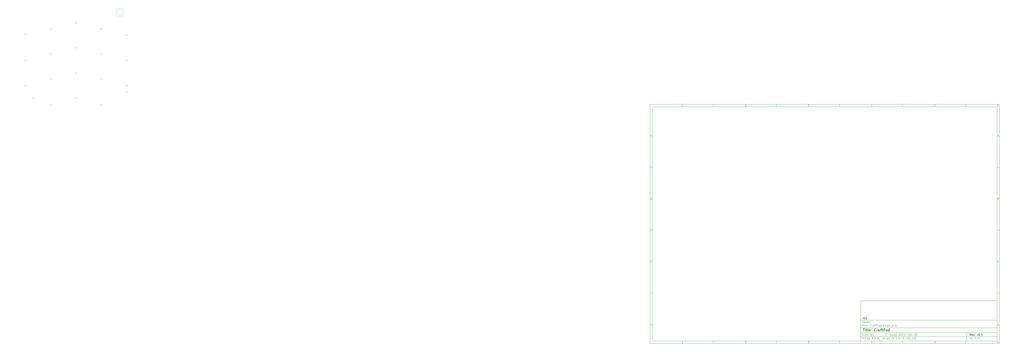
<source format=gbr>
%TF.GenerationSoftware,KiCad,Pcbnew,(5.1.9-0-10_14)*%
%TF.CreationDate,2021-04-06T08:54:49+08:00*%
%TF.ProjectId,CraftPad,43726166-7450-4616-942e-6b696361645f,v0.5*%
%TF.SameCoordinates,Original*%
%TF.FileFunction,Other,Fab,Top*%
%FSLAX46Y46*%
G04 Gerber Fmt 4.6, Leading zero omitted, Abs format (unit mm)*
G04 Created by KiCad (PCBNEW (5.1.9-0-10_14)) date 2021-04-06 08:54:49*
%MOMM*%
%LPD*%
G01*
G04 APERTURE LIST*
%ADD10C,0.100000*%
%ADD11C,0.150000*%
%ADD12C,0.300000*%
%ADD13C,0.400000*%
G04 APERTURE END LIST*
D10*
D11*
X177002200Y-166007200D02*
X177002200Y-198007200D01*
X285002200Y-198007200D01*
X285002200Y-166007200D01*
X177002200Y-166007200D01*
D10*
D11*
X10000000Y-10000000D02*
X10000000Y-200007200D01*
X287002200Y-200007200D01*
X287002200Y-10000000D01*
X10000000Y-10000000D01*
D10*
D11*
X12000000Y-12000000D02*
X12000000Y-198007200D01*
X285002200Y-198007200D01*
X285002200Y-12000000D01*
X12000000Y-12000000D01*
D10*
D11*
X60000000Y-12000000D02*
X60000000Y-10000000D01*
D10*
D11*
X110000000Y-12000000D02*
X110000000Y-10000000D01*
D10*
D11*
X160000000Y-12000000D02*
X160000000Y-10000000D01*
D10*
D11*
X210000000Y-12000000D02*
X210000000Y-10000000D01*
D10*
D11*
X260000000Y-12000000D02*
X260000000Y-10000000D01*
D10*
D11*
X36065476Y-11588095D02*
X35322619Y-11588095D01*
X35694047Y-11588095D02*
X35694047Y-10288095D01*
X35570238Y-10473809D01*
X35446428Y-10597619D01*
X35322619Y-10659523D01*
D10*
D11*
X85322619Y-10411904D02*
X85384523Y-10350000D01*
X85508333Y-10288095D01*
X85817857Y-10288095D01*
X85941666Y-10350000D01*
X86003571Y-10411904D01*
X86065476Y-10535714D01*
X86065476Y-10659523D01*
X86003571Y-10845238D01*
X85260714Y-11588095D01*
X86065476Y-11588095D01*
D10*
D11*
X135260714Y-10288095D02*
X136065476Y-10288095D01*
X135632142Y-10783333D01*
X135817857Y-10783333D01*
X135941666Y-10845238D01*
X136003571Y-10907142D01*
X136065476Y-11030952D01*
X136065476Y-11340476D01*
X136003571Y-11464285D01*
X135941666Y-11526190D01*
X135817857Y-11588095D01*
X135446428Y-11588095D01*
X135322619Y-11526190D01*
X135260714Y-11464285D01*
D10*
D11*
X185941666Y-10721428D02*
X185941666Y-11588095D01*
X185632142Y-10226190D02*
X185322619Y-11154761D01*
X186127380Y-11154761D01*
D10*
D11*
X236003571Y-10288095D02*
X235384523Y-10288095D01*
X235322619Y-10907142D01*
X235384523Y-10845238D01*
X235508333Y-10783333D01*
X235817857Y-10783333D01*
X235941666Y-10845238D01*
X236003571Y-10907142D01*
X236065476Y-11030952D01*
X236065476Y-11340476D01*
X236003571Y-11464285D01*
X235941666Y-11526190D01*
X235817857Y-11588095D01*
X235508333Y-11588095D01*
X235384523Y-11526190D01*
X235322619Y-11464285D01*
D10*
D11*
X285941666Y-10288095D02*
X285694047Y-10288095D01*
X285570238Y-10350000D01*
X285508333Y-10411904D01*
X285384523Y-10597619D01*
X285322619Y-10845238D01*
X285322619Y-11340476D01*
X285384523Y-11464285D01*
X285446428Y-11526190D01*
X285570238Y-11588095D01*
X285817857Y-11588095D01*
X285941666Y-11526190D01*
X286003571Y-11464285D01*
X286065476Y-11340476D01*
X286065476Y-11030952D01*
X286003571Y-10907142D01*
X285941666Y-10845238D01*
X285817857Y-10783333D01*
X285570238Y-10783333D01*
X285446428Y-10845238D01*
X285384523Y-10907142D01*
X285322619Y-11030952D01*
D10*
D11*
X60000000Y-198007200D02*
X60000000Y-200007200D01*
D10*
D11*
X110000000Y-198007200D02*
X110000000Y-200007200D01*
D10*
D11*
X160000000Y-198007200D02*
X160000000Y-200007200D01*
D10*
D11*
X210000000Y-198007200D02*
X210000000Y-200007200D01*
D10*
D11*
X260000000Y-198007200D02*
X260000000Y-200007200D01*
D10*
D11*
X36065476Y-199595295D02*
X35322619Y-199595295D01*
X35694047Y-199595295D02*
X35694047Y-198295295D01*
X35570238Y-198481009D01*
X35446428Y-198604819D01*
X35322619Y-198666723D01*
D10*
D11*
X85322619Y-198419104D02*
X85384523Y-198357200D01*
X85508333Y-198295295D01*
X85817857Y-198295295D01*
X85941666Y-198357200D01*
X86003571Y-198419104D01*
X86065476Y-198542914D01*
X86065476Y-198666723D01*
X86003571Y-198852438D01*
X85260714Y-199595295D01*
X86065476Y-199595295D01*
D10*
D11*
X135260714Y-198295295D02*
X136065476Y-198295295D01*
X135632142Y-198790533D01*
X135817857Y-198790533D01*
X135941666Y-198852438D01*
X136003571Y-198914342D01*
X136065476Y-199038152D01*
X136065476Y-199347676D01*
X136003571Y-199471485D01*
X135941666Y-199533390D01*
X135817857Y-199595295D01*
X135446428Y-199595295D01*
X135322619Y-199533390D01*
X135260714Y-199471485D01*
D10*
D11*
X185941666Y-198728628D02*
X185941666Y-199595295D01*
X185632142Y-198233390D02*
X185322619Y-199161961D01*
X186127380Y-199161961D01*
D10*
D11*
X236003571Y-198295295D02*
X235384523Y-198295295D01*
X235322619Y-198914342D01*
X235384523Y-198852438D01*
X235508333Y-198790533D01*
X235817857Y-198790533D01*
X235941666Y-198852438D01*
X236003571Y-198914342D01*
X236065476Y-199038152D01*
X236065476Y-199347676D01*
X236003571Y-199471485D01*
X235941666Y-199533390D01*
X235817857Y-199595295D01*
X235508333Y-199595295D01*
X235384523Y-199533390D01*
X235322619Y-199471485D01*
D10*
D11*
X285941666Y-198295295D02*
X285694047Y-198295295D01*
X285570238Y-198357200D01*
X285508333Y-198419104D01*
X285384523Y-198604819D01*
X285322619Y-198852438D01*
X285322619Y-199347676D01*
X285384523Y-199471485D01*
X285446428Y-199533390D01*
X285570238Y-199595295D01*
X285817857Y-199595295D01*
X285941666Y-199533390D01*
X286003571Y-199471485D01*
X286065476Y-199347676D01*
X286065476Y-199038152D01*
X286003571Y-198914342D01*
X285941666Y-198852438D01*
X285817857Y-198790533D01*
X285570238Y-198790533D01*
X285446428Y-198852438D01*
X285384523Y-198914342D01*
X285322619Y-199038152D01*
D10*
D11*
X10000000Y-60000000D02*
X12000000Y-60000000D01*
D10*
D11*
X10000000Y-110000000D02*
X12000000Y-110000000D01*
D10*
D11*
X10000000Y-160000000D02*
X12000000Y-160000000D01*
D10*
D11*
X10690476Y-35216666D02*
X11309523Y-35216666D01*
X10566666Y-35588095D02*
X11000000Y-34288095D01*
X11433333Y-35588095D01*
D10*
D11*
X11092857Y-84907142D02*
X11278571Y-84969047D01*
X11340476Y-85030952D01*
X11402380Y-85154761D01*
X11402380Y-85340476D01*
X11340476Y-85464285D01*
X11278571Y-85526190D01*
X11154761Y-85588095D01*
X10659523Y-85588095D01*
X10659523Y-84288095D01*
X11092857Y-84288095D01*
X11216666Y-84350000D01*
X11278571Y-84411904D01*
X11340476Y-84535714D01*
X11340476Y-84659523D01*
X11278571Y-84783333D01*
X11216666Y-84845238D01*
X11092857Y-84907142D01*
X10659523Y-84907142D01*
D10*
D11*
X11402380Y-135464285D02*
X11340476Y-135526190D01*
X11154761Y-135588095D01*
X11030952Y-135588095D01*
X10845238Y-135526190D01*
X10721428Y-135402380D01*
X10659523Y-135278571D01*
X10597619Y-135030952D01*
X10597619Y-134845238D01*
X10659523Y-134597619D01*
X10721428Y-134473809D01*
X10845238Y-134350000D01*
X11030952Y-134288095D01*
X11154761Y-134288095D01*
X11340476Y-134350000D01*
X11402380Y-134411904D01*
D10*
D11*
X10659523Y-185588095D02*
X10659523Y-184288095D01*
X10969047Y-184288095D01*
X11154761Y-184350000D01*
X11278571Y-184473809D01*
X11340476Y-184597619D01*
X11402380Y-184845238D01*
X11402380Y-185030952D01*
X11340476Y-185278571D01*
X11278571Y-185402380D01*
X11154761Y-185526190D01*
X10969047Y-185588095D01*
X10659523Y-185588095D01*
D10*
D11*
X287002200Y-60000000D02*
X285002200Y-60000000D01*
D10*
D11*
X287002200Y-110000000D02*
X285002200Y-110000000D01*
D10*
D11*
X287002200Y-160000000D02*
X285002200Y-160000000D01*
D10*
D11*
X285692676Y-35216666D02*
X286311723Y-35216666D01*
X285568866Y-35588095D02*
X286002200Y-34288095D01*
X286435533Y-35588095D01*
D10*
D11*
X286095057Y-84907142D02*
X286280771Y-84969047D01*
X286342676Y-85030952D01*
X286404580Y-85154761D01*
X286404580Y-85340476D01*
X286342676Y-85464285D01*
X286280771Y-85526190D01*
X286156961Y-85588095D01*
X285661723Y-85588095D01*
X285661723Y-84288095D01*
X286095057Y-84288095D01*
X286218866Y-84350000D01*
X286280771Y-84411904D01*
X286342676Y-84535714D01*
X286342676Y-84659523D01*
X286280771Y-84783333D01*
X286218866Y-84845238D01*
X286095057Y-84907142D01*
X285661723Y-84907142D01*
D10*
D11*
X286404580Y-135464285D02*
X286342676Y-135526190D01*
X286156961Y-135588095D01*
X286033152Y-135588095D01*
X285847438Y-135526190D01*
X285723628Y-135402380D01*
X285661723Y-135278571D01*
X285599819Y-135030952D01*
X285599819Y-134845238D01*
X285661723Y-134597619D01*
X285723628Y-134473809D01*
X285847438Y-134350000D01*
X286033152Y-134288095D01*
X286156961Y-134288095D01*
X286342676Y-134350000D01*
X286404580Y-134411904D01*
D10*
D11*
X285661723Y-185588095D02*
X285661723Y-184288095D01*
X285971247Y-184288095D01*
X286156961Y-184350000D01*
X286280771Y-184473809D01*
X286342676Y-184597619D01*
X286404580Y-184845238D01*
X286404580Y-185030952D01*
X286342676Y-185278571D01*
X286280771Y-185402380D01*
X286156961Y-185526190D01*
X285971247Y-185588095D01*
X285661723Y-185588095D01*
D10*
D11*
X200434342Y-193785771D02*
X200434342Y-192285771D01*
X200791485Y-192285771D01*
X201005771Y-192357200D01*
X201148628Y-192500057D01*
X201220057Y-192642914D01*
X201291485Y-192928628D01*
X201291485Y-193142914D01*
X201220057Y-193428628D01*
X201148628Y-193571485D01*
X201005771Y-193714342D01*
X200791485Y-193785771D01*
X200434342Y-193785771D01*
X202577200Y-193785771D02*
X202577200Y-193000057D01*
X202505771Y-192857200D01*
X202362914Y-192785771D01*
X202077200Y-192785771D01*
X201934342Y-192857200D01*
X202577200Y-193714342D02*
X202434342Y-193785771D01*
X202077200Y-193785771D01*
X201934342Y-193714342D01*
X201862914Y-193571485D01*
X201862914Y-193428628D01*
X201934342Y-193285771D01*
X202077200Y-193214342D01*
X202434342Y-193214342D01*
X202577200Y-193142914D01*
X203077200Y-192785771D02*
X203648628Y-192785771D01*
X203291485Y-192285771D02*
X203291485Y-193571485D01*
X203362914Y-193714342D01*
X203505771Y-193785771D01*
X203648628Y-193785771D01*
X204720057Y-193714342D02*
X204577200Y-193785771D01*
X204291485Y-193785771D01*
X204148628Y-193714342D01*
X204077200Y-193571485D01*
X204077200Y-193000057D01*
X204148628Y-192857200D01*
X204291485Y-192785771D01*
X204577200Y-192785771D01*
X204720057Y-192857200D01*
X204791485Y-193000057D01*
X204791485Y-193142914D01*
X204077200Y-193285771D01*
X205434342Y-193642914D02*
X205505771Y-193714342D01*
X205434342Y-193785771D01*
X205362914Y-193714342D01*
X205434342Y-193642914D01*
X205434342Y-193785771D01*
X205434342Y-192857200D02*
X205505771Y-192928628D01*
X205434342Y-193000057D01*
X205362914Y-192928628D01*
X205434342Y-192857200D01*
X205434342Y-193000057D01*
X207220057Y-192428628D02*
X207291485Y-192357200D01*
X207434342Y-192285771D01*
X207791485Y-192285771D01*
X207934342Y-192357200D01*
X208005771Y-192428628D01*
X208077200Y-192571485D01*
X208077200Y-192714342D01*
X208005771Y-192928628D01*
X207148628Y-193785771D01*
X208077200Y-193785771D01*
X209005771Y-192285771D02*
X209148628Y-192285771D01*
X209291485Y-192357200D01*
X209362914Y-192428628D01*
X209434342Y-192571485D01*
X209505771Y-192857200D01*
X209505771Y-193214342D01*
X209434342Y-193500057D01*
X209362914Y-193642914D01*
X209291485Y-193714342D01*
X209148628Y-193785771D01*
X209005771Y-193785771D01*
X208862914Y-193714342D01*
X208791485Y-193642914D01*
X208720057Y-193500057D01*
X208648628Y-193214342D01*
X208648628Y-192857200D01*
X208720057Y-192571485D01*
X208791485Y-192428628D01*
X208862914Y-192357200D01*
X209005771Y-192285771D01*
X210077200Y-192428628D02*
X210148628Y-192357200D01*
X210291485Y-192285771D01*
X210648628Y-192285771D01*
X210791485Y-192357200D01*
X210862914Y-192428628D01*
X210934342Y-192571485D01*
X210934342Y-192714342D01*
X210862914Y-192928628D01*
X210005771Y-193785771D01*
X210934342Y-193785771D01*
X212362914Y-193785771D02*
X211505771Y-193785771D01*
X211934342Y-193785771D02*
X211934342Y-192285771D01*
X211791485Y-192500057D01*
X211648628Y-192642914D01*
X211505771Y-192714342D01*
X213005771Y-193214342D02*
X214148628Y-193214342D01*
X215148628Y-192285771D02*
X215291485Y-192285771D01*
X215434342Y-192357200D01*
X215505771Y-192428628D01*
X215577200Y-192571485D01*
X215648628Y-192857200D01*
X215648628Y-193214342D01*
X215577200Y-193500057D01*
X215505771Y-193642914D01*
X215434342Y-193714342D01*
X215291485Y-193785771D01*
X215148628Y-193785771D01*
X215005771Y-193714342D01*
X214934342Y-193642914D01*
X214862914Y-193500057D01*
X214791485Y-193214342D01*
X214791485Y-192857200D01*
X214862914Y-192571485D01*
X214934342Y-192428628D01*
X215005771Y-192357200D01*
X215148628Y-192285771D01*
X216934342Y-192785771D02*
X216934342Y-193785771D01*
X216577200Y-192214342D02*
X216220057Y-193285771D01*
X217148628Y-193285771D01*
X217720057Y-193214342D02*
X218862914Y-193214342D01*
X219862914Y-192285771D02*
X220005771Y-192285771D01*
X220148628Y-192357200D01*
X220220057Y-192428628D01*
X220291485Y-192571485D01*
X220362914Y-192857200D01*
X220362914Y-193214342D01*
X220291485Y-193500057D01*
X220220057Y-193642914D01*
X220148628Y-193714342D01*
X220005771Y-193785771D01*
X219862914Y-193785771D01*
X219720057Y-193714342D01*
X219648628Y-193642914D01*
X219577200Y-193500057D01*
X219505771Y-193214342D01*
X219505771Y-192857200D01*
X219577200Y-192571485D01*
X219648628Y-192428628D01*
X219720057Y-192357200D01*
X219862914Y-192285771D01*
X221648628Y-192285771D02*
X221362914Y-192285771D01*
X221220057Y-192357200D01*
X221148628Y-192428628D01*
X221005771Y-192642914D01*
X220934342Y-192928628D01*
X220934342Y-193500057D01*
X221005771Y-193642914D01*
X221077200Y-193714342D01*
X221220057Y-193785771D01*
X221505771Y-193785771D01*
X221648628Y-193714342D01*
X221720057Y-193642914D01*
X221791485Y-193500057D01*
X221791485Y-193142914D01*
X221720057Y-193000057D01*
X221648628Y-192928628D01*
X221505771Y-192857200D01*
X221220057Y-192857200D01*
X221077200Y-192928628D01*
X221005771Y-193000057D01*
X220934342Y-193142914D01*
D10*
D11*
X177002200Y-194507200D02*
X285002200Y-194507200D01*
D10*
D11*
X178434342Y-196585771D02*
X178434342Y-195085771D01*
X179291485Y-196585771D02*
X178648628Y-195728628D01*
X179291485Y-195085771D02*
X178434342Y-195942914D01*
X179934342Y-196585771D02*
X179934342Y-195585771D01*
X179934342Y-195085771D02*
X179862914Y-195157200D01*
X179934342Y-195228628D01*
X180005771Y-195157200D01*
X179934342Y-195085771D01*
X179934342Y-195228628D01*
X181505771Y-196442914D02*
X181434342Y-196514342D01*
X181220057Y-196585771D01*
X181077200Y-196585771D01*
X180862914Y-196514342D01*
X180720057Y-196371485D01*
X180648628Y-196228628D01*
X180577200Y-195942914D01*
X180577200Y-195728628D01*
X180648628Y-195442914D01*
X180720057Y-195300057D01*
X180862914Y-195157200D01*
X181077200Y-195085771D01*
X181220057Y-195085771D01*
X181434342Y-195157200D01*
X181505771Y-195228628D01*
X182791485Y-196585771D02*
X182791485Y-195800057D01*
X182720057Y-195657200D01*
X182577200Y-195585771D01*
X182291485Y-195585771D01*
X182148628Y-195657200D01*
X182791485Y-196514342D02*
X182648628Y-196585771D01*
X182291485Y-196585771D01*
X182148628Y-196514342D01*
X182077200Y-196371485D01*
X182077200Y-196228628D01*
X182148628Y-196085771D01*
X182291485Y-196014342D01*
X182648628Y-196014342D01*
X182791485Y-195942914D01*
X184148628Y-196585771D02*
X184148628Y-195085771D01*
X184148628Y-196514342D02*
X184005771Y-196585771D01*
X183720057Y-196585771D01*
X183577200Y-196514342D01*
X183505771Y-196442914D01*
X183434342Y-196300057D01*
X183434342Y-195871485D01*
X183505771Y-195728628D01*
X183577200Y-195657200D01*
X183720057Y-195585771D01*
X184005771Y-195585771D01*
X184148628Y-195657200D01*
X186005771Y-195800057D02*
X186505771Y-195800057D01*
X186720057Y-196585771D02*
X186005771Y-196585771D01*
X186005771Y-195085771D01*
X186720057Y-195085771D01*
X187362914Y-196442914D02*
X187434342Y-196514342D01*
X187362914Y-196585771D01*
X187291485Y-196514342D01*
X187362914Y-196442914D01*
X187362914Y-196585771D01*
X188077200Y-196585771D02*
X188077200Y-195085771D01*
X188434342Y-195085771D01*
X188648628Y-195157200D01*
X188791485Y-195300057D01*
X188862914Y-195442914D01*
X188934342Y-195728628D01*
X188934342Y-195942914D01*
X188862914Y-196228628D01*
X188791485Y-196371485D01*
X188648628Y-196514342D01*
X188434342Y-196585771D01*
X188077200Y-196585771D01*
X189577200Y-196442914D02*
X189648628Y-196514342D01*
X189577200Y-196585771D01*
X189505771Y-196514342D01*
X189577200Y-196442914D01*
X189577200Y-196585771D01*
X190220057Y-196157200D02*
X190934342Y-196157200D01*
X190077200Y-196585771D02*
X190577200Y-195085771D01*
X191077200Y-196585771D01*
X191577200Y-196442914D02*
X191648628Y-196514342D01*
X191577200Y-196585771D01*
X191505771Y-196514342D01*
X191577200Y-196442914D01*
X191577200Y-196585771D01*
X194577200Y-196585771D02*
X194577200Y-195085771D01*
X194720057Y-196014342D02*
X195148628Y-196585771D01*
X195148628Y-195585771D02*
X194577200Y-196157200D01*
X195791485Y-196585771D02*
X195791485Y-195585771D01*
X195791485Y-195085771D02*
X195720057Y-195157200D01*
X195791485Y-195228628D01*
X195862914Y-195157200D01*
X195791485Y-195085771D01*
X195791485Y-195228628D01*
X197148628Y-196514342D02*
X197005771Y-196585771D01*
X196720057Y-196585771D01*
X196577200Y-196514342D01*
X196505771Y-196442914D01*
X196434342Y-196300057D01*
X196434342Y-195871485D01*
X196505771Y-195728628D01*
X196577200Y-195657200D01*
X196720057Y-195585771D01*
X197005771Y-195585771D01*
X197148628Y-195657200D01*
X198434342Y-196585771D02*
X198434342Y-195800057D01*
X198362914Y-195657200D01*
X198220057Y-195585771D01*
X197934342Y-195585771D01*
X197791485Y-195657200D01*
X198434342Y-196514342D02*
X198291485Y-196585771D01*
X197934342Y-196585771D01*
X197791485Y-196514342D01*
X197720057Y-196371485D01*
X197720057Y-196228628D01*
X197791485Y-196085771D01*
X197934342Y-196014342D01*
X198291485Y-196014342D01*
X198434342Y-195942914D01*
X199791485Y-196585771D02*
X199791485Y-195085771D01*
X199791485Y-196514342D02*
X199648628Y-196585771D01*
X199362914Y-196585771D01*
X199220057Y-196514342D01*
X199148628Y-196442914D01*
X199077200Y-196300057D01*
X199077200Y-195871485D01*
X199148628Y-195728628D01*
X199220057Y-195657200D01*
X199362914Y-195585771D01*
X199648628Y-195585771D01*
X199791485Y-195657200D01*
X202077200Y-197157200D02*
X202005771Y-197085771D01*
X201862914Y-196871485D01*
X201791485Y-196728628D01*
X201720057Y-196514342D01*
X201648628Y-196157200D01*
X201648628Y-195871485D01*
X201720057Y-195514342D01*
X201791485Y-195300057D01*
X201862914Y-195157200D01*
X202005771Y-194942914D01*
X202077200Y-194871485D01*
X203362914Y-195085771D02*
X202648628Y-195085771D01*
X202577200Y-195800057D01*
X202648628Y-195728628D01*
X202791485Y-195657200D01*
X203148628Y-195657200D01*
X203291485Y-195728628D01*
X203362914Y-195800057D01*
X203434342Y-195942914D01*
X203434342Y-196300057D01*
X203362914Y-196442914D01*
X203291485Y-196514342D01*
X203148628Y-196585771D01*
X202791485Y-196585771D01*
X202648628Y-196514342D01*
X202577200Y-196442914D01*
X204077200Y-196442914D02*
X204148628Y-196514342D01*
X204077200Y-196585771D01*
X204005771Y-196514342D01*
X204077200Y-196442914D01*
X204077200Y-196585771D01*
X205577200Y-196585771D02*
X204720057Y-196585771D01*
X205148628Y-196585771D02*
X205148628Y-195085771D01*
X205005771Y-195300057D01*
X204862914Y-195442914D01*
X204720057Y-195514342D01*
X206220057Y-196442914D02*
X206291485Y-196514342D01*
X206220057Y-196585771D01*
X206148628Y-196514342D01*
X206220057Y-196442914D01*
X206220057Y-196585771D01*
X207005771Y-196585771D02*
X207291485Y-196585771D01*
X207434342Y-196514342D01*
X207505771Y-196442914D01*
X207648628Y-196228628D01*
X207720057Y-195942914D01*
X207720057Y-195371485D01*
X207648628Y-195228628D01*
X207577200Y-195157200D01*
X207434342Y-195085771D01*
X207148628Y-195085771D01*
X207005771Y-195157200D01*
X206934342Y-195228628D01*
X206862914Y-195371485D01*
X206862914Y-195728628D01*
X206934342Y-195871485D01*
X207005771Y-195942914D01*
X207148628Y-196014342D01*
X207434342Y-196014342D01*
X207577200Y-195942914D01*
X207648628Y-195871485D01*
X207720057Y-195728628D01*
X208362914Y-196014342D02*
X209505771Y-196014342D01*
X210505771Y-195085771D02*
X210648628Y-195085771D01*
X210791485Y-195157200D01*
X210862914Y-195228628D01*
X210934342Y-195371485D01*
X211005771Y-195657200D01*
X211005771Y-196014342D01*
X210934342Y-196300057D01*
X210862914Y-196442914D01*
X210791485Y-196514342D01*
X210648628Y-196585771D01*
X210505771Y-196585771D01*
X210362914Y-196514342D01*
X210291485Y-196442914D01*
X210220057Y-196300057D01*
X210148628Y-196014342D01*
X210148628Y-195657200D01*
X210220057Y-195371485D01*
X210291485Y-195228628D01*
X210362914Y-195157200D01*
X210505771Y-195085771D01*
X211648628Y-196014342D02*
X212791485Y-196014342D01*
X214291485Y-196585771D02*
X213434342Y-196585771D01*
X213862914Y-196585771D02*
X213862914Y-195085771D01*
X213720057Y-195300057D01*
X213577200Y-195442914D01*
X213434342Y-195514342D01*
X215220057Y-195085771D02*
X215362914Y-195085771D01*
X215505771Y-195157200D01*
X215577200Y-195228628D01*
X215648628Y-195371485D01*
X215720057Y-195657200D01*
X215720057Y-196014342D01*
X215648628Y-196300057D01*
X215577200Y-196442914D01*
X215505771Y-196514342D01*
X215362914Y-196585771D01*
X215220057Y-196585771D01*
X215077200Y-196514342D01*
X215005771Y-196442914D01*
X214934342Y-196300057D01*
X214862914Y-196014342D01*
X214862914Y-195657200D01*
X214934342Y-195371485D01*
X215005771Y-195228628D01*
X215077200Y-195157200D01*
X215220057Y-195085771D01*
X216005771Y-196728628D02*
X217148628Y-196728628D01*
X218291485Y-196585771D02*
X217434342Y-196585771D01*
X217862914Y-196585771D02*
X217862914Y-195085771D01*
X217720057Y-195300057D01*
X217577200Y-195442914D01*
X217434342Y-195514342D01*
X219577200Y-195585771D02*
X219577200Y-196585771D01*
X219220057Y-195014342D02*
X218862914Y-196085771D01*
X219791485Y-196085771D01*
X220220057Y-197157200D02*
X220291485Y-197085771D01*
X220434342Y-196871485D01*
X220505771Y-196728628D01*
X220577200Y-196514342D01*
X220648628Y-196157200D01*
X220648628Y-195871485D01*
X220577200Y-195514342D01*
X220505771Y-195300057D01*
X220434342Y-195157200D01*
X220291485Y-194942914D01*
X220220057Y-194871485D01*
D10*
D11*
X177002200Y-191507200D02*
X285002200Y-191507200D01*
D10*
D12*
X264411485Y-193785771D02*
X263911485Y-193071485D01*
X263554342Y-193785771D02*
X263554342Y-192285771D01*
X264125771Y-192285771D01*
X264268628Y-192357200D01*
X264340057Y-192428628D01*
X264411485Y-192571485D01*
X264411485Y-192785771D01*
X264340057Y-192928628D01*
X264268628Y-193000057D01*
X264125771Y-193071485D01*
X263554342Y-193071485D01*
X265625771Y-193714342D02*
X265482914Y-193785771D01*
X265197200Y-193785771D01*
X265054342Y-193714342D01*
X264982914Y-193571485D01*
X264982914Y-193000057D01*
X265054342Y-192857200D01*
X265197200Y-192785771D01*
X265482914Y-192785771D01*
X265625771Y-192857200D01*
X265697200Y-193000057D01*
X265697200Y-193142914D01*
X264982914Y-193285771D01*
X266197200Y-192785771D02*
X266554342Y-193785771D01*
X266911485Y-192785771D01*
X267482914Y-193642914D02*
X267554342Y-193714342D01*
X267482914Y-193785771D01*
X267411485Y-193714342D01*
X267482914Y-193642914D01*
X267482914Y-193785771D01*
X267482914Y-192857200D02*
X267554342Y-192928628D01*
X267482914Y-193000057D01*
X267411485Y-192928628D01*
X267482914Y-192857200D01*
X267482914Y-193000057D01*
X269197200Y-192785771D02*
X269554342Y-193785771D01*
X269911485Y-192785771D01*
X270768628Y-192285771D02*
X270911485Y-192285771D01*
X271054342Y-192357200D01*
X271125771Y-192428628D01*
X271197200Y-192571485D01*
X271268628Y-192857200D01*
X271268628Y-193214342D01*
X271197200Y-193500057D01*
X271125771Y-193642914D01*
X271054342Y-193714342D01*
X270911485Y-193785771D01*
X270768628Y-193785771D01*
X270625771Y-193714342D01*
X270554342Y-193642914D01*
X270482914Y-193500057D01*
X270411485Y-193214342D01*
X270411485Y-192857200D01*
X270482914Y-192571485D01*
X270554342Y-192428628D01*
X270625771Y-192357200D01*
X270768628Y-192285771D01*
X271911485Y-193642914D02*
X271982914Y-193714342D01*
X271911485Y-193785771D01*
X271840057Y-193714342D01*
X271911485Y-193642914D01*
X271911485Y-193785771D01*
X273340057Y-192285771D02*
X272625771Y-192285771D01*
X272554342Y-193000057D01*
X272625771Y-192928628D01*
X272768628Y-192857200D01*
X273125771Y-192857200D01*
X273268628Y-192928628D01*
X273340057Y-193000057D01*
X273411485Y-193142914D01*
X273411485Y-193500057D01*
X273340057Y-193642914D01*
X273268628Y-193714342D01*
X273125771Y-193785771D01*
X272768628Y-193785771D01*
X272625771Y-193714342D01*
X272554342Y-193642914D01*
D10*
D11*
X178362914Y-193714342D02*
X178577200Y-193785771D01*
X178934342Y-193785771D01*
X179077200Y-193714342D01*
X179148628Y-193642914D01*
X179220057Y-193500057D01*
X179220057Y-193357200D01*
X179148628Y-193214342D01*
X179077200Y-193142914D01*
X178934342Y-193071485D01*
X178648628Y-193000057D01*
X178505771Y-192928628D01*
X178434342Y-192857200D01*
X178362914Y-192714342D01*
X178362914Y-192571485D01*
X178434342Y-192428628D01*
X178505771Y-192357200D01*
X178648628Y-192285771D01*
X179005771Y-192285771D01*
X179220057Y-192357200D01*
X179862914Y-193785771D02*
X179862914Y-192785771D01*
X179862914Y-192285771D02*
X179791485Y-192357200D01*
X179862914Y-192428628D01*
X179934342Y-192357200D01*
X179862914Y-192285771D01*
X179862914Y-192428628D01*
X180434342Y-192785771D02*
X181220057Y-192785771D01*
X180434342Y-193785771D01*
X181220057Y-193785771D01*
X182362914Y-193714342D02*
X182220057Y-193785771D01*
X181934342Y-193785771D01*
X181791485Y-193714342D01*
X181720057Y-193571485D01*
X181720057Y-193000057D01*
X181791485Y-192857200D01*
X181934342Y-192785771D01*
X182220057Y-192785771D01*
X182362914Y-192857200D01*
X182434342Y-193000057D01*
X182434342Y-193142914D01*
X181720057Y-193285771D01*
X183077200Y-193642914D02*
X183148628Y-193714342D01*
X183077200Y-193785771D01*
X183005771Y-193714342D01*
X183077200Y-193642914D01*
X183077200Y-193785771D01*
X183077200Y-192857200D02*
X183148628Y-192928628D01*
X183077200Y-193000057D01*
X183005771Y-192928628D01*
X183077200Y-192857200D01*
X183077200Y-193000057D01*
X184862914Y-193357200D02*
X185577200Y-193357200D01*
X184720057Y-193785771D02*
X185220057Y-192285771D01*
X185720057Y-193785771D01*
X186862914Y-192785771D02*
X186862914Y-193785771D01*
X186505771Y-192214342D02*
X186148628Y-193285771D01*
X187077200Y-193285771D01*
D10*
D11*
X263434342Y-196585771D02*
X263434342Y-195085771D01*
X264791485Y-196585771D02*
X264791485Y-195085771D01*
X264791485Y-196514342D02*
X264648628Y-196585771D01*
X264362914Y-196585771D01*
X264220057Y-196514342D01*
X264148628Y-196442914D01*
X264077200Y-196300057D01*
X264077200Y-195871485D01*
X264148628Y-195728628D01*
X264220057Y-195657200D01*
X264362914Y-195585771D01*
X264648628Y-195585771D01*
X264791485Y-195657200D01*
X265505771Y-196442914D02*
X265577200Y-196514342D01*
X265505771Y-196585771D01*
X265434342Y-196514342D01*
X265505771Y-196442914D01*
X265505771Y-196585771D01*
X265505771Y-195657200D02*
X265577200Y-195728628D01*
X265505771Y-195800057D01*
X265434342Y-195728628D01*
X265505771Y-195657200D01*
X265505771Y-195800057D01*
X268148628Y-196585771D02*
X267291485Y-196585771D01*
X267720057Y-196585771D02*
X267720057Y-195085771D01*
X267577200Y-195300057D01*
X267434342Y-195442914D01*
X267291485Y-195514342D01*
X269862914Y-195014342D02*
X268577200Y-196942914D01*
X271148628Y-196585771D02*
X270291485Y-196585771D01*
X270720057Y-196585771D02*
X270720057Y-195085771D01*
X270577200Y-195300057D01*
X270434342Y-195442914D01*
X270291485Y-195514342D01*
D10*
D11*
X177002200Y-187507200D02*
X285002200Y-187507200D01*
D10*
D13*
X178714580Y-188211961D02*
X179857438Y-188211961D01*
X179036009Y-190211961D02*
X179286009Y-188211961D01*
X180274104Y-190211961D02*
X180440771Y-188878628D01*
X180524104Y-188211961D02*
X180416961Y-188307200D01*
X180500295Y-188402438D01*
X180607438Y-188307200D01*
X180524104Y-188211961D01*
X180500295Y-188402438D01*
X181107438Y-188878628D02*
X181869342Y-188878628D01*
X181476485Y-188211961D02*
X181262200Y-189926247D01*
X181333628Y-190116723D01*
X181512200Y-190211961D01*
X181702676Y-190211961D01*
X182655057Y-190211961D02*
X182476485Y-190116723D01*
X182405057Y-189926247D01*
X182619342Y-188211961D01*
X184190771Y-190116723D02*
X183988390Y-190211961D01*
X183607438Y-190211961D01*
X183428866Y-190116723D01*
X183357438Y-189926247D01*
X183452676Y-189164342D01*
X183571723Y-188973866D01*
X183774104Y-188878628D01*
X184155057Y-188878628D01*
X184333628Y-188973866D01*
X184405057Y-189164342D01*
X184381247Y-189354819D01*
X183405057Y-189545295D01*
X185155057Y-190021485D02*
X185238390Y-190116723D01*
X185131247Y-190211961D01*
X185047914Y-190116723D01*
X185155057Y-190021485D01*
X185131247Y-190211961D01*
X185286009Y-188973866D02*
X185369342Y-189069104D01*
X185262200Y-189164342D01*
X185178866Y-189069104D01*
X185286009Y-188973866D01*
X185262200Y-189164342D01*
X188774104Y-190021485D02*
X188666961Y-190116723D01*
X188369342Y-190211961D01*
X188178866Y-190211961D01*
X187905057Y-190116723D01*
X187738390Y-189926247D01*
X187666961Y-189735771D01*
X187619342Y-189354819D01*
X187655057Y-189069104D01*
X187797914Y-188688152D01*
X187916961Y-188497676D01*
X188131247Y-188307200D01*
X188428866Y-188211961D01*
X188619342Y-188211961D01*
X188893152Y-188307200D01*
X188976485Y-188402438D01*
X189607438Y-190211961D02*
X189774104Y-188878628D01*
X189726485Y-189259580D02*
X189845533Y-189069104D01*
X189952676Y-188973866D01*
X190155057Y-188878628D01*
X190345533Y-188878628D01*
X191702676Y-190211961D02*
X191833628Y-189164342D01*
X191762200Y-188973866D01*
X191583628Y-188878628D01*
X191202676Y-188878628D01*
X191000295Y-188973866D01*
X191714580Y-190116723D02*
X191512200Y-190211961D01*
X191036009Y-190211961D01*
X190857438Y-190116723D01*
X190786009Y-189926247D01*
X190809819Y-189735771D01*
X190928866Y-189545295D01*
X191131247Y-189450057D01*
X191607438Y-189450057D01*
X191809819Y-189354819D01*
X192536009Y-188878628D02*
X193297914Y-188878628D01*
X192655057Y-190211961D02*
X192869342Y-188497676D01*
X192988390Y-188307200D01*
X193190771Y-188211961D01*
X193381247Y-188211961D01*
X193678866Y-188878628D02*
X194440771Y-188878628D01*
X194047914Y-188211961D02*
X193833628Y-189926247D01*
X193905057Y-190116723D01*
X194083628Y-190211961D01*
X194274104Y-190211961D01*
X194940771Y-190211961D02*
X195190771Y-188211961D01*
X195952676Y-188211961D01*
X196131247Y-188307200D01*
X196214580Y-188402438D01*
X196286009Y-188592914D01*
X196250295Y-188878628D01*
X196131247Y-189069104D01*
X196024104Y-189164342D01*
X195821723Y-189259580D01*
X195059819Y-189259580D01*
X197797914Y-190211961D02*
X197928866Y-189164342D01*
X197857438Y-188973866D01*
X197678866Y-188878628D01*
X197297914Y-188878628D01*
X197095533Y-188973866D01*
X197809819Y-190116723D02*
X197607438Y-190211961D01*
X197131247Y-190211961D01*
X196952676Y-190116723D01*
X196881247Y-189926247D01*
X196905057Y-189735771D01*
X197024104Y-189545295D01*
X197226485Y-189450057D01*
X197702676Y-189450057D01*
X197905057Y-189354819D01*
X199607438Y-190211961D02*
X199857438Y-188211961D01*
X199619342Y-190116723D02*
X199416961Y-190211961D01*
X199036009Y-190211961D01*
X198857438Y-190116723D01*
X198774104Y-190021485D01*
X198702676Y-189831009D01*
X198774104Y-189259580D01*
X198893152Y-189069104D01*
X199000295Y-188973866D01*
X199202676Y-188878628D01*
X199583628Y-188878628D01*
X199762200Y-188973866D01*
D10*
D11*
X178934342Y-185600057D02*
X178434342Y-185600057D01*
X178434342Y-186385771D02*
X178434342Y-184885771D01*
X179148628Y-184885771D01*
X179720057Y-186385771D02*
X179720057Y-185385771D01*
X179720057Y-184885771D02*
X179648628Y-184957200D01*
X179720057Y-185028628D01*
X179791485Y-184957200D01*
X179720057Y-184885771D01*
X179720057Y-185028628D01*
X180648628Y-186385771D02*
X180505771Y-186314342D01*
X180434342Y-186171485D01*
X180434342Y-184885771D01*
X181791485Y-186314342D02*
X181648628Y-186385771D01*
X181362914Y-186385771D01*
X181220057Y-186314342D01*
X181148628Y-186171485D01*
X181148628Y-185600057D01*
X181220057Y-185457200D01*
X181362914Y-185385771D01*
X181648628Y-185385771D01*
X181791485Y-185457200D01*
X181862914Y-185600057D01*
X181862914Y-185742914D01*
X181148628Y-185885771D01*
X182505771Y-186242914D02*
X182577200Y-186314342D01*
X182505771Y-186385771D01*
X182434342Y-186314342D01*
X182505771Y-186242914D01*
X182505771Y-186385771D01*
X182505771Y-185457200D02*
X182577200Y-185528628D01*
X182505771Y-185600057D01*
X182434342Y-185528628D01*
X182505771Y-185457200D01*
X182505771Y-185600057D01*
X185220057Y-186242914D02*
X185148628Y-186314342D01*
X184934342Y-186385771D01*
X184791485Y-186385771D01*
X184577200Y-186314342D01*
X184434342Y-186171485D01*
X184362914Y-186028628D01*
X184291485Y-185742914D01*
X184291485Y-185528628D01*
X184362914Y-185242914D01*
X184434342Y-185100057D01*
X184577200Y-184957200D01*
X184791485Y-184885771D01*
X184934342Y-184885771D01*
X185148628Y-184957200D01*
X185220057Y-185028628D01*
X185862914Y-186385771D02*
X185862914Y-185385771D01*
X185862914Y-185671485D02*
X185934342Y-185528628D01*
X186005771Y-185457200D01*
X186148628Y-185385771D01*
X186291485Y-185385771D01*
X187434342Y-186385771D02*
X187434342Y-185600057D01*
X187362914Y-185457200D01*
X187220057Y-185385771D01*
X186934342Y-185385771D01*
X186791485Y-185457200D01*
X187434342Y-186314342D02*
X187291485Y-186385771D01*
X186934342Y-186385771D01*
X186791485Y-186314342D01*
X186720057Y-186171485D01*
X186720057Y-186028628D01*
X186791485Y-185885771D01*
X186934342Y-185814342D01*
X187291485Y-185814342D01*
X187434342Y-185742914D01*
X187934342Y-185385771D02*
X188505771Y-185385771D01*
X188148628Y-186385771D02*
X188148628Y-185100057D01*
X188220057Y-184957200D01*
X188362914Y-184885771D01*
X188505771Y-184885771D01*
X188791485Y-185385771D02*
X189362914Y-185385771D01*
X189005771Y-184885771D02*
X189005771Y-186171485D01*
X189077200Y-186314342D01*
X189220057Y-186385771D01*
X189362914Y-186385771D01*
X189862914Y-186385771D02*
X189862914Y-184885771D01*
X190434342Y-184885771D01*
X190577200Y-184957200D01*
X190648628Y-185028628D01*
X190720057Y-185171485D01*
X190720057Y-185385771D01*
X190648628Y-185528628D01*
X190577200Y-185600057D01*
X190434342Y-185671485D01*
X189862914Y-185671485D01*
X192005771Y-186385771D02*
X192005771Y-185600057D01*
X191934342Y-185457200D01*
X191791485Y-185385771D01*
X191505771Y-185385771D01*
X191362914Y-185457200D01*
X192005771Y-186314342D02*
X191862914Y-186385771D01*
X191505771Y-186385771D01*
X191362914Y-186314342D01*
X191291485Y-186171485D01*
X191291485Y-186028628D01*
X191362914Y-185885771D01*
X191505771Y-185814342D01*
X191862914Y-185814342D01*
X192005771Y-185742914D01*
X193362914Y-186385771D02*
X193362914Y-184885771D01*
X193362914Y-186314342D02*
X193220057Y-186385771D01*
X192934342Y-186385771D01*
X192791485Y-186314342D01*
X192720057Y-186242914D01*
X192648628Y-186100057D01*
X192648628Y-185671485D01*
X192720057Y-185528628D01*
X192791485Y-185457200D01*
X192934342Y-185385771D01*
X193220057Y-185385771D01*
X193362914Y-185457200D01*
X194077200Y-186242914D02*
X194148628Y-186314342D01*
X194077200Y-186385771D01*
X194005771Y-186314342D01*
X194077200Y-186242914D01*
X194077200Y-186385771D01*
X194791485Y-186385771D02*
X194791485Y-184885771D01*
X194934342Y-185814342D02*
X195362914Y-186385771D01*
X195362914Y-185385771D02*
X194791485Y-185957200D01*
X196005771Y-186385771D02*
X196005771Y-185385771D01*
X196005771Y-184885771D02*
X195934342Y-184957200D01*
X196005771Y-185028628D01*
X196077200Y-184957200D01*
X196005771Y-184885771D01*
X196005771Y-185028628D01*
X197362914Y-186314342D02*
X197220057Y-186385771D01*
X196934342Y-186385771D01*
X196791485Y-186314342D01*
X196720057Y-186242914D01*
X196648628Y-186100057D01*
X196648628Y-185671485D01*
X196720057Y-185528628D01*
X196791485Y-185457200D01*
X196934342Y-185385771D01*
X197220057Y-185385771D01*
X197362914Y-185457200D01*
X198648628Y-186385771D02*
X198648628Y-185600057D01*
X198577200Y-185457200D01*
X198434342Y-185385771D01*
X198148628Y-185385771D01*
X198005771Y-185457200D01*
X198648628Y-186314342D02*
X198505771Y-186385771D01*
X198148628Y-186385771D01*
X198005771Y-186314342D01*
X197934342Y-186171485D01*
X197934342Y-186028628D01*
X198005771Y-185885771D01*
X198148628Y-185814342D01*
X198505771Y-185814342D01*
X198648628Y-185742914D01*
X200005771Y-186385771D02*
X200005771Y-184885771D01*
X200005771Y-186314342D02*
X199862914Y-186385771D01*
X199577200Y-186385771D01*
X199434342Y-186314342D01*
X199362914Y-186242914D01*
X199291485Y-186100057D01*
X199291485Y-185671485D01*
X199362914Y-185528628D01*
X199434342Y-185457200D01*
X199577200Y-185385771D01*
X199862914Y-185385771D01*
X200005771Y-185457200D01*
X200362914Y-186528628D02*
X201505771Y-186528628D01*
X201862914Y-185385771D02*
X201862914Y-186885771D01*
X201862914Y-185457200D02*
X202005771Y-185385771D01*
X202291485Y-185385771D01*
X202434342Y-185457200D01*
X202505771Y-185528628D01*
X202577200Y-185671485D01*
X202577200Y-186100057D01*
X202505771Y-186242914D01*
X202434342Y-186314342D01*
X202291485Y-186385771D01*
X202005771Y-186385771D01*
X201862914Y-186314342D01*
X203862914Y-186314342D02*
X203720057Y-186385771D01*
X203434342Y-186385771D01*
X203291485Y-186314342D01*
X203220057Y-186242914D01*
X203148628Y-186100057D01*
X203148628Y-185671485D01*
X203220057Y-185528628D01*
X203291485Y-185457200D01*
X203434342Y-185385771D01*
X203720057Y-185385771D01*
X203862914Y-185457200D01*
X204505771Y-186385771D02*
X204505771Y-184885771D01*
X204505771Y-185457200D02*
X204648628Y-185385771D01*
X204934342Y-185385771D01*
X205077200Y-185457200D01*
X205148628Y-185528628D01*
X205220057Y-185671485D01*
X205220057Y-186100057D01*
X205148628Y-186242914D01*
X205077200Y-186314342D01*
X204934342Y-186385771D01*
X204648628Y-186385771D01*
X204505771Y-186314342D01*
D10*
D11*
X177002200Y-181507200D02*
X285002200Y-181507200D01*
D10*
D11*
X178362914Y-183614342D02*
X178577200Y-183685771D01*
X178934342Y-183685771D01*
X179077200Y-183614342D01*
X179148628Y-183542914D01*
X179220057Y-183400057D01*
X179220057Y-183257200D01*
X179148628Y-183114342D01*
X179077200Y-183042914D01*
X178934342Y-182971485D01*
X178648628Y-182900057D01*
X178505771Y-182828628D01*
X178434342Y-182757200D01*
X178362914Y-182614342D01*
X178362914Y-182471485D01*
X178434342Y-182328628D01*
X178505771Y-182257200D01*
X178648628Y-182185771D01*
X179005771Y-182185771D01*
X179220057Y-182257200D01*
X179862914Y-183685771D02*
X179862914Y-182185771D01*
X180505771Y-183685771D02*
X180505771Y-182900057D01*
X180434342Y-182757200D01*
X180291485Y-182685771D01*
X180077200Y-182685771D01*
X179934342Y-182757200D01*
X179862914Y-182828628D01*
X181791485Y-183614342D02*
X181648628Y-183685771D01*
X181362914Y-183685771D01*
X181220057Y-183614342D01*
X181148628Y-183471485D01*
X181148628Y-182900057D01*
X181220057Y-182757200D01*
X181362914Y-182685771D01*
X181648628Y-182685771D01*
X181791485Y-182757200D01*
X181862914Y-182900057D01*
X181862914Y-183042914D01*
X181148628Y-183185771D01*
X183077200Y-183614342D02*
X182934342Y-183685771D01*
X182648628Y-183685771D01*
X182505771Y-183614342D01*
X182434342Y-183471485D01*
X182434342Y-182900057D01*
X182505771Y-182757200D01*
X182648628Y-182685771D01*
X182934342Y-182685771D01*
X183077200Y-182757200D01*
X183148628Y-182900057D01*
X183148628Y-183042914D01*
X182434342Y-183185771D01*
X183577200Y-182685771D02*
X184148628Y-182685771D01*
X183791485Y-182185771D02*
X183791485Y-183471485D01*
X183862914Y-183614342D01*
X184005771Y-183685771D01*
X184148628Y-183685771D01*
X184648628Y-183542914D02*
X184720057Y-183614342D01*
X184648628Y-183685771D01*
X184577200Y-183614342D01*
X184648628Y-183542914D01*
X184648628Y-183685771D01*
X184648628Y-182757200D02*
X184720057Y-182828628D01*
X184648628Y-182900057D01*
X184577200Y-182828628D01*
X184648628Y-182757200D01*
X184648628Y-182900057D01*
D10*
D12*
X178982914Y-179185771D02*
X178982914Y-180257200D01*
X178911485Y-180471485D01*
X178768628Y-180614342D01*
X178554342Y-180685771D01*
X178411485Y-180685771D01*
X179625771Y-180614342D02*
X179840057Y-180685771D01*
X180197200Y-180685771D01*
X180340057Y-180614342D01*
X180411485Y-180542914D01*
X180482914Y-180400057D01*
X180482914Y-180257200D01*
X180411485Y-180114342D01*
X180340057Y-180042914D01*
X180197200Y-179971485D01*
X179911485Y-179900057D01*
X179768628Y-179828628D01*
X179697200Y-179757200D01*
X179625771Y-179614342D01*
X179625771Y-179471485D01*
X179697200Y-179328628D01*
X179768628Y-179257200D01*
X179911485Y-179185771D01*
X180268628Y-179185771D01*
X180482914Y-179257200D01*
X181054342Y-180257200D02*
X181768628Y-180257200D01*
X180911485Y-180685771D02*
X181411485Y-179185771D01*
X181911485Y-180685771D01*
D10*
D11*
X197002200Y-191507200D02*
X197002200Y-194507200D01*
D10*
D11*
X261002200Y-191507200D02*
X261002200Y-198007200D01*
D10*
%TO.C,Reset1*%
X-408234436Y63250000D02*
G75*
G03*
X-408234436Y63250000I-2015564J0D01*
G01*
X-407250000Y60250000D02*
X-410250000Y60250000D01*
X-407250000Y66250000D02*
X-407250000Y60250000D01*
X-413250000Y66250000D02*
X-407250000Y66250000D01*
X-413250000Y60250000D02*
X-413250000Y66250000D01*
X-410250000Y60250000D02*
X-413250000Y60250000D01*
%TO.C,D20*%
X-478200000Y-4600000D02*
X-479500000Y-4600000D01*
X-479500000Y-4600000D02*
X-479800000Y-4900000D01*
X-479800000Y-4900000D02*
X-479800000Y-5400000D01*
X-479800000Y-5400000D02*
X-478200000Y-5400000D01*
X-478200000Y-5400000D02*
X-478200000Y-4600000D01*
%TO.C,D19*%
X-464200000Y-9600000D02*
X-465500000Y-9600000D01*
X-465500000Y-9600000D02*
X-465800000Y-9900000D01*
X-465800000Y-9900000D02*
X-465800000Y-10400000D01*
X-465800000Y-10400000D02*
X-464200000Y-10400000D01*
X-464200000Y-10400000D02*
X-464200000Y-9600000D01*
%TO.C,D18*%
X-444200000Y-4600000D02*
X-445500000Y-4600000D01*
X-445500000Y-4600000D02*
X-445800000Y-4900000D01*
X-445800000Y-4900000D02*
X-445800000Y-5400000D01*
X-445800000Y-5400000D02*
X-444200000Y-5400000D01*
X-444200000Y-5400000D02*
X-444200000Y-4600000D01*
%TO.C,D17*%
X-424200000Y-9600000D02*
X-425500000Y-9600000D01*
X-425500000Y-9600000D02*
X-425800000Y-9900000D01*
X-425800000Y-9900000D02*
X-425800000Y-10400000D01*
X-425800000Y-10400000D02*
X-424200000Y-10400000D01*
X-424200000Y-10400000D02*
X-424200000Y-9600000D01*
%TO.C,D16*%
X-404200000Y400000D02*
X-405500000Y400000D01*
X-405500000Y400000D02*
X-405800000Y100000D01*
X-405800000Y100000D02*
X-405800000Y-400000D01*
X-405800000Y-400000D02*
X-404200000Y-400000D01*
X-404200000Y-400000D02*
X-404200000Y400000D01*
%TO.C,D15*%
X-484200000Y5400000D02*
X-485500000Y5400000D01*
X-485500000Y5400000D02*
X-485800000Y5100000D01*
X-485800000Y5100000D02*
X-485800000Y4600000D01*
X-485800000Y4600000D02*
X-484200000Y4600000D01*
X-484200000Y4600000D02*
X-484200000Y5400000D01*
%TO.C,D14*%
X-464200000Y10400000D02*
X-465500000Y10400000D01*
X-465500000Y10400000D02*
X-465800000Y10100000D01*
X-465800000Y10100000D02*
X-465800000Y9600000D01*
X-465800000Y9600000D02*
X-464200000Y9600000D01*
X-464200000Y9600000D02*
X-464200000Y10400000D01*
%TO.C,D13*%
X-444200000Y15400000D02*
X-445500000Y15400000D01*
X-445500000Y15400000D02*
X-445800000Y15100000D01*
X-445800000Y15100000D02*
X-445800000Y14600000D01*
X-445800000Y14600000D02*
X-444200000Y14600000D01*
X-444200000Y14600000D02*
X-444200000Y15400000D01*
%TO.C,D12*%
X-424200000Y10400000D02*
X-425500000Y10400000D01*
X-425500000Y10400000D02*
X-425800000Y10100000D01*
X-425800000Y10100000D02*
X-425800000Y9600000D01*
X-425800000Y9600000D02*
X-424200000Y9600000D01*
X-424200000Y9600000D02*
X-424200000Y10400000D01*
%TO.C,D11*%
X-404200000Y5400000D02*
X-405500000Y5400000D01*
X-405500000Y5400000D02*
X-405800000Y5100000D01*
X-405800000Y5100000D02*
X-405800000Y4600000D01*
X-405800000Y4600000D02*
X-404200000Y4600000D01*
X-404200000Y4600000D02*
X-404200000Y5400000D01*
%TO.C,D10*%
X-484137500Y25400000D02*
X-485437500Y25400000D01*
X-485437500Y25400000D02*
X-485737500Y25100000D01*
X-485737500Y25100000D02*
X-485737500Y24600000D01*
X-485737500Y24600000D02*
X-484137500Y24600000D01*
X-484137500Y24600000D02*
X-484137500Y25400000D01*
%TO.C,D9*%
X-464200000Y30400000D02*
X-465500000Y30400000D01*
X-465500000Y30400000D02*
X-465800000Y30100000D01*
X-465800000Y30100000D02*
X-465800000Y29600000D01*
X-465800000Y29600000D02*
X-464200000Y29600000D01*
X-464200000Y29600000D02*
X-464200000Y30400000D01*
%TO.C,D8*%
X-444200000Y35400000D02*
X-445500000Y35400000D01*
X-445500000Y35400000D02*
X-445800000Y35100000D01*
X-445800000Y35100000D02*
X-445800000Y34600000D01*
X-445800000Y34600000D02*
X-444200000Y34600000D01*
X-444200000Y34600000D02*
X-444200000Y35400000D01*
%TO.C,D7*%
X-424200000Y30400000D02*
X-425500000Y30400000D01*
X-425500000Y30400000D02*
X-425800000Y30100000D01*
X-425800000Y30100000D02*
X-425800000Y29600000D01*
X-425800000Y29600000D02*
X-424200000Y29600000D01*
X-424200000Y29600000D02*
X-424200000Y30400000D01*
%TO.C,D6*%
X-404137500Y25400000D02*
X-405437500Y25400000D01*
X-405437500Y25400000D02*
X-405737500Y25100000D01*
X-405737500Y25100000D02*
X-405737500Y24600000D01*
X-405737500Y24600000D02*
X-404137500Y24600000D01*
X-404137500Y24600000D02*
X-404137500Y25400000D01*
%TO.C,D5*%
X-484200000Y46400000D02*
X-485500000Y46400000D01*
X-485500000Y46400000D02*
X-485800000Y46100000D01*
X-485800000Y46100000D02*
X-485800000Y45600000D01*
X-485800000Y45600000D02*
X-484200000Y45600000D01*
X-484200000Y45600000D02*
X-484200000Y46400000D01*
%TO.C,D4*%
X-464137500Y50400000D02*
X-465437500Y50400000D01*
X-465437500Y50400000D02*
X-465737500Y50100000D01*
X-465737500Y50100000D02*
X-465737500Y49600000D01*
X-465737500Y49600000D02*
X-464137500Y49600000D01*
X-464137500Y49600000D02*
X-464137500Y50400000D01*
%TO.C,D3*%
X-444200000Y55400000D02*
X-445500000Y55400000D01*
X-445500000Y55400000D02*
X-445800000Y55100000D01*
X-445800000Y55100000D02*
X-445800000Y54600000D01*
X-445800000Y54600000D02*
X-444200000Y54600000D01*
X-444200000Y54600000D02*
X-444200000Y55400000D01*
%TO.C,D2*%
X-424200000Y50400000D02*
X-425500000Y50400000D01*
X-425500000Y50400000D02*
X-425800000Y50100000D01*
X-425800000Y50100000D02*
X-425800000Y49600000D01*
X-425800000Y49600000D02*
X-424200000Y49600000D01*
X-424200000Y49600000D02*
X-424200000Y50400000D01*
%TO.C,D1*%
X-404137500Y45400000D02*
X-405437500Y45400000D01*
X-405437500Y45400000D02*
X-405737500Y45100000D01*
X-405737500Y45100000D02*
X-405737500Y44600000D01*
X-405737500Y44600000D02*
X-404137500Y44600000D01*
X-404137500Y44600000D02*
X-404137500Y45400000D01*
%TD*%
M02*

</source>
